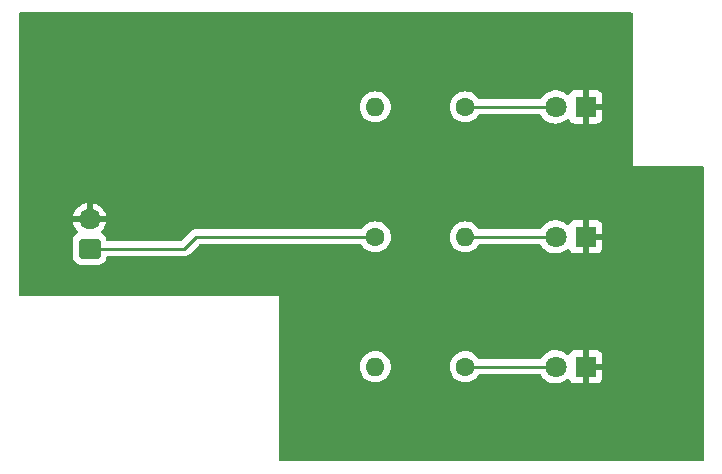
<source format=gbr>
%TF.GenerationSoftware,KiCad,Pcbnew,(6.0.7)*%
%TF.CreationDate,2022-08-16T13:57:52+09:00*%
%TF.ProjectId,kicad_demo,6b696361-645f-4646-956d-6f2e6b696361,rev?*%
%TF.SameCoordinates,Original*%
%TF.FileFunction,Copper,L1,Top*%
%TF.FilePolarity,Positive*%
%FSLAX46Y46*%
G04 Gerber Fmt 4.6, Leading zero omitted, Abs format (unit mm)*
G04 Created by KiCad (PCBNEW (6.0.7)) date 2022-08-16 13:57:52*
%MOMM*%
%LPD*%
G01*
G04 APERTURE LIST*
G04 Aperture macros list*
%AMRoundRect*
0 Rectangle with rounded corners*
0 $1 Rounding radius*
0 $2 $3 $4 $5 $6 $7 $8 $9 X,Y pos of 4 corners*
0 Add a 4 corners polygon primitive as box body*
4,1,4,$2,$3,$4,$5,$6,$7,$8,$9,$2,$3,0*
0 Add four circle primitives for the rounded corners*
1,1,$1+$1,$2,$3*
1,1,$1+$1,$4,$5*
1,1,$1+$1,$6,$7*
1,1,$1+$1,$8,$9*
0 Add four rect primitives between the rounded corners*
20,1,$1+$1,$2,$3,$4,$5,0*
20,1,$1+$1,$4,$5,$6,$7,0*
20,1,$1+$1,$6,$7,$8,$9,0*
20,1,$1+$1,$8,$9,$2,$3,0*%
G04 Aperture macros list end*
%TA.AperFunction,ComponentPad*%
%ADD10C,1.600000*%
%TD*%
%TA.AperFunction,ComponentPad*%
%ADD11O,1.600000X1.600000*%
%TD*%
%TA.AperFunction,ComponentPad*%
%ADD12RoundRect,0.250000X0.675000X-0.600000X0.675000X0.600000X-0.675000X0.600000X-0.675000X-0.600000X0*%
%TD*%
%TA.AperFunction,ComponentPad*%
%ADD13O,1.850000X1.700000*%
%TD*%
%TA.AperFunction,ComponentPad*%
%ADD14R,1.800000X1.800000*%
%TD*%
%TA.AperFunction,ComponentPad*%
%ADD15C,1.800000*%
%TD*%
%TA.AperFunction,Conductor*%
%ADD16C,0.250000*%
%TD*%
G04 APERTURE END LIST*
D10*
%TO.P,R3,1*%
%TO.N,Net-(D3-Pad2)*%
X178810000Y-47000000D03*
D11*
%TO.P,R3,2*%
%TO.N,+5V*%
X171190000Y-47000000D03*
%TD*%
D10*
%TO.P,R2,1*%
%TO.N,Net-(D2-Pad2)*%
X178810000Y-69000000D03*
D11*
%TO.P,R2,2*%
%TO.N,+5V*%
X171190000Y-69000000D03*
%TD*%
D10*
%TO.P,R1,1*%
%TO.N,+5V*%
X171190000Y-58000000D03*
D11*
%TO.P,R1,2*%
%TO.N,Net-(D1-Pad2)*%
X178810000Y-58000000D03*
%TD*%
D12*
%TO.P,J1,1,Pin_1*%
%TO.N,+5V*%
X147000000Y-59000000D03*
D13*
%TO.P,J1,2,Pin_2*%
%TO.N,GND*%
X147000000Y-56500000D03*
%TD*%
D14*
%TO.P,D3,1,K*%
%TO.N,GND*%
X189000000Y-47000000D03*
D15*
%TO.P,D3,2,A*%
%TO.N,Net-(D3-Pad2)*%
X186460000Y-47000000D03*
%TD*%
D14*
%TO.P,D2,1,K*%
%TO.N,GND*%
X189000000Y-69000000D03*
D15*
%TO.P,D2,2,A*%
%TO.N,Net-(D2-Pad2)*%
X186460000Y-69000000D03*
%TD*%
D14*
%TO.P,D1,1,K*%
%TO.N,GND*%
X189000000Y-58000000D03*
D15*
%TO.P,D1,2,A*%
%TO.N,Net-(D1-Pad2)*%
X186460000Y-58000000D03*
%TD*%
D16*
%TO.N,+5V*%
X156000000Y-58000000D02*
X171190000Y-58000000D01*
X155000000Y-59000000D02*
X156000000Y-58000000D01*
X147000000Y-59000000D02*
X155000000Y-59000000D01*
%TO.N,Net-(D2-Pad2)*%
X178810000Y-69000000D02*
X186460000Y-69000000D01*
%TO.N,Net-(D1-Pad2)*%
X178810000Y-58000000D02*
X186460000Y-58000000D01*
%TO.N,Net-(D3-Pad2)*%
X178810000Y-47000000D02*
X186460000Y-47000000D01*
%TD*%
%TA.AperFunction,Conductor*%
%TO.N,GND*%
G36*
X192942121Y-39020002D02*
G01*
X192988614Y-39073658D01*
X193000000Y-39126000D01*
X193000000Y-52000000D01*
X198874000Y-52000000D01*
X198942121Y-52020002D01*
X198988614Y-52073658D01*
X199000000Y-52126000D01*
X199000000Y-76874000D01*
X198979998Y-76942121D01*
X198926342Y-76988614D01*
X198874000Y-77000000D01*
X163126000Y-77000000D01*
X163057879Y-76979998D01*
X163011386Y-76926342D01*
X163000000Y-76874000D01*
X163000000Y-69000000D01*
X169876502Y-69000000D01*
X169896457Y-69228087D01*
X169897881Y-69233400D01*
X169897881Y-69233402D01*
X169907031Y-69267548D01*
X169955716Y-69449243D01*
X169958039Y-69454224D01*
X169958039Y-69454225D01*
X170050151Y-69651762D01*
X170050154Y-69651767D01*
X170052477Y-69656749D01*
X170078326Y-69693665D01*
X170174012Y-69830318D01*
X170183802Y-69844300D01*
X170345700Y-70006198D01*
X170350208Y-70009355D01*
X170350211Y-70009357D01*
X170350821Y-70009784D01*
X170533251Y-70137523D01*
X170538233Y-70139846D01*
X170538238Y-70139849D01*
X170697238Y-70213991D01*
X170740757Y-70234284D01*
X170746065Y-70235706D01*
X170746067Y-70235707D01*
X170956598Y-70292119D01*
X170956600Y-70292119D01*
X170961913Y-70293543D01*
X171190000Y-70313498D01*
X171418087Y-70293543D01*
X171423400Y-70292119D01*
X171423402Y-70292119D01*
X171633933Y-70235707D01*
X171633935Y-70235706D01*
X171639243Y-70234284D01*
X171682762Y-70213991D01*
X171841762Y-70139849D01*
X171841767Y-70139846D01*
X171846749Y-70137523D01*
X172029179Y-70009784D01*
X172029789Y-70009357D01*
X172029792Y-70009355D01*
X172034300Y-70006198D01*
X172196198Y-69844300D01*
X172205989Y-69830318D01*
X172301674Y-69693665D01*
X172327523Y-69656749D01*
X172329846Y-69651767D01*
X172329849Y-69651762D01*
X172421961Y-69454225D01*
X172421961Y-69454224D01*
X172424284Y-69449243D01*
X172472970Y-69267548D01*
X172482119Y-69233402D01*
X172482119Y-69233400D01*
X172483543Y-69228087D01*
X172503498Y-69000000D01*
X177496502Y-69000000D01*
X177516457Y-69228087D01*
X177517881Y-69233400D01*
X177517881Y-69233402D01*
X177527031Y-69267548D01*
X177575716Y-69449243D01*
X177578039Y-69454224D01*
X177578039Y-69454225D01*
X177670151Y-69651762D01*
X177670154Y-69651767D01*
X177672477Y-69656749D01*
X177698326Y-69693665D01*
X177794012Y-69830318D01*
X177803802Y-69844300D01*
X177965700Y-70006198D01*
X177970208Y-70009355D01*
X177970211Y-70009357D01*
X177970821Y-70009784D01*
X178153251Y-70137523D01*
X178158233Y-70139846D01*
X178158238Y-70139849D01*
X178317238Y-70213991D01*
X178360757Y-70234284D01*
X178366065Y-70235706D01*
X178366067Y-70235707D01*
X178576598Y-70292119D01*
X178576600Y-70292119D01*
X178581913Y-70293543D01*
X178810000Y-70313498D01*
X179038087Y-70293543D01*
X179043400Y-70292119D01*
X179043402Y-70292119D01*
X179253933Y-70235707D01*
X179253935Y-70235706D01*
X179259243Y-70234284D01*
X179302762Y-70213991D01*
X179461762Y-70139849D01*
X179461767Y-70139846D01*
X179466749Y-70137523D01*
X179649179Y-70009784D01*
X179649789Y-70009357D01*
X179649792Y-70009355D01*
X179654300Y-70006198D01*
X179816198Y-69844300D01*
X179822907Y-69834719D01*
X179926181Y-69687229D01*
X179981638Y-69642901D01*
X180029394Y-69633500D01*
X185125630Y-69633500D01*
X185193751Y-69653502D01*
X185233063Y-69693665D01*
X185319501Y-69834719D01*
X185471147Y-70009784D01*
X185649349Y-70157730D01*
X185849322Y-70274584D01*
X186065694Y-70357209D01*
X186070760Y-70358240D01*
X186070761Y-70358240D01*
X186123846Y-70369040D01*
X186292656Y-70403385D01*
X186423324Y-70408176D01*
X186518949Y-70411683D01*
X186518953Y-70411683D01*
X186524113Y-70411872D01*
X186529233Y-70411216D01*
X186529235Y-70411216D01*
X186628668Y-70398478D01*
X186753847Y-70382442D01*
X186758795Y-70380957D01*
X186758802Y-70380956D01*
X186970747Y-70317369D01*
X186975690Y-70315886D01*
X186980565Y-70313498D01*
X187179049Y-70216262D01*
X187179052Y-70216260D01*
X187183684Y-70213991D01*
X187372243Y-70079494D01*
X187375898Y-70075852D01*
X187375906Y-70075845D01*
X187417697Y-70034199D01*
X187480068Y-70000282D01*
X187550875Y-70005470D01*
X187607637Y-70048116D01*
X187624619Y-70079218D01*
X187646677Y-70138056D01*
X187655214Y-70153649D01*
X187731715Y-70255724D01*
X187744276Y-70268285D01*
X187846351Y-70344786D01*
X187861946Y-70353324D01*
X187982394Y-70398478D01*
X187997649Y-70402105D01*
X188048514Y-70407631D01*
X188055328Y-70408000D01*
X188727885Y-70408000D01*
X188743124Y-70403525D01*
X188744329Y-70402135D01*
X188746000Y-70394452D01*
X188746000Y-70389884D01*
X189254000Y-70389884D01*
X189258475Y-70405123D01*
X189259865Y-70406328D01*
X189267548Y-70407999D01*
X189944669Y-70407999D01*
X189951490Y-70407629D01*
X190002352Y-70402105D01*
X190017604Y-70398479D01*
X190138054Y-70353324D01*
X190153649Y-70344786D01*
X190255724Y-70268285D01*
X190268285Y-70255724D01*
X190344786Y-70153649D01*
X190353324Y-70138054D01*
X190398478Y-70017606D01*
X190402105Y-70002351D01*
X190407631Y-69951486D01*
X190408000Y-69944672D01*
X190408000Y-69272115D01*
X190403525Y-69256876D01*
X190402135Y-69255671D01*
X190394452Y-69254000D01*
X189272115Y-69254000D01*
X189256876Y-69258475D01*
X189255671Y-69259865D01*
X189254000Y-69267548D01*
X189254000Y-70389884D01*
X188746000Y-70389884D01*
X188746000Y-68727885D01*
X189254000Y-68727885D01*
X189258475Y-68743124D01*
X189259865Y-68744329D01*
X189267548Y-68746000D01*
X190389884Y-68746000D01*
X190405123Y-68741525D01*
X190406328Y-68740135D01*
X190407999Y-68732452D01*
X190407999Y-68055331D01*
X190407629Y-68048510D01*
X190402105Y-67997648D01*
X190398479Y-67982396D01*
X190353324Y-67861946D01*
X190344786Y-67846351D01*
X190268285Y-67744276D01*
X190255724Y-67731715D01*
X190153649Y-67655214D01*
X190138054Y-67646676D01*
X190017606Y-67601522D01*
X190002351Y-67597895D01*
X189951486Y-67592369D01*
X189944672Y-67592000D01*
X189272115Y-67592000D01*
X189256876Y-67596475D01*
X189255671Y-67597865D01*
X189254000Y-67605548D01*
X189254000Y-68727885D01*
X188746000Y-68727885D01*
X188746000Y-67610116D01*
X188741525Y-67594877D01*
X188740135Y-67593672D01*
X188732452Y-67592001D01*
X188055331Y-67592001D01*
X188048510Y-67592371D01*
X187997648Y-67597895D01*
X187982396Y-67601521D01*
X187861946Y-67646676D01*
X187846351Y-67655214D01*
X187744276Y-67731715D01*
X187731715Y-67744276D01*
X187655214Y-67846351D01*
X187646675Y-67861948D01*
X187625934Y-67917275D01*
X187583293Y-67974040D01*
X187516731Y-67998740D01*
X187447383Y-67983533D01*
X187424388Y-67966909D01*
X187423887Y-67966358D01*
X187296348Y-67865634D01*
X187246177Y-67826011D01*
X187246172Y-67826008D01*
X187242123Y-67822810D01*
X187237607Y-67820317D01*
X187237604Y-67820315D01*
X187043879Y-67713373D01*
X187043875Y-67713371D01*
X187039355Y-67710876D01*
X187034486Y-67709152D01*
X187034482Y-67709150D01*
X186825903Y-67635288D01*
X186825899Y-67635287D01*
X186821028Y-67633562D01*
X186815935Y-67632655D01*
X186815932Y-67632654D01*
X186598095Y-67593851D01*
X186598089Y-67593850D01*
X186593006Y-67592945D01*
X186515644Y-67592000D01*
X186366581Y-67590179D01*
X186366579Y-67590179D01*
X186361411Y-67590116D01*
X186132464Y-67625150D01*
X185912314Y-67697106D01*
X185907726Y-67699494D01*
X185907722Y-67699496D01*
X185711461Y-67801663D01*
X185706872Y-67804052D01*
X185702739Y-67807155D01*
X185702736Y-67807157D01*
X185556073Y-67917275D01*
X185521655Y-67943117D01*
X185361639Y-68110564D01*
X185358725Y-68114836D01*
X185358724Y-68114837D01*
X185333508Y-68151803D01*
X185231119Y-68301899D01*
X185230403Y-68303442D01*
X185180086Y-68352090D01*
X185121574Y-68366500D01*
X180029394Y-68366500D01*
X179961273Y-68346498D01*
X179926181Y-68312771D01*
X179819357Y-68160211D01*
X179819355Y-68160208D01*
X179816198Y-68155700D01*
X179654300Y-67993802D01*
X179649792Y-67990645D01*
X179649789Y-67990643D01*
X179545008Y-67917275D01*
X179466749Y-67862477D01*
X179461767Y-67860154D01*
X179461762Y-67860151D01*
X179264225Y-67768039D01*
X179264224Y-67768039D01*
X179259243Y-67765716D01*
X179253935Y-67764294D01*
X179253933Y-67764293D01*
X179043402Y-67707881D01*
X179043400Y-67707881D01*
X179038087Y-67706457D01*
X178810000Y-67686502D01*
X178581913Y-67706457D01*
X178576600Y-67707881D01*
X178576598Y-67707881D01*
X178366067Y-67764293D01*
X178366065Y-67764294D01*
X178360757Y-67765716D01*
X178355776Y-67768039D01*
X178355775Y-67768039D01*
X178158238Y-67860151D01*
X178158233Y-67860154D01*
X178153251Y-67862477D01*
X178074992Y-67917275D01*
X177970211Y-67990643D01*
X177970208Y-67990645D01*
X177965700Y-67993802D01*
X177803802Y-68155700D01*
X177672477Y-68343251D01*
X177670154Y-68348233D01*
X177670151Y-68348238D01*
X177578618Y-68544533D01*
X177575716Y-68550757D01*
X177574294Y-68556065D01*
X177574293Y-68556067D01*
X177524972Y-68740135D01*
X177516457Y-68771913D01*
X177496502Y-69000000D01*
X172503498Y-69000000D01*
X172483543Y-68771913D01*
X172475028Y-68740135D01*
X172425707Y-68556067D01*
X172425706Y-68556065D01*
X172424284Y-68550757D01*
X172421382Y-68544533D01*
X172329849Y-68348238D01*
X172329846Y-68348233D01*
X172327523Y-68343251D01*
X172196198Y-68155700D01*
X172034300Y-67993802D01*
X172029792Y-67990645D01*
X172029789Y-67990643D01*
X171925008Y-67917275D01*
X171846749Y-67862477D01*
X171841767Y-67860154D01*
X171841762Y-67860151D01*
X171644225Y-67768039D01*
X171644224Y-67768039D01*
X171639243Y-67765716D01*
X171633935Y-67764294D01*
X171633933Y-67764293D01*
X171423402Y-67707881D01*
X171423400Y-67707881D01*
X171418087Y-67706457D01*
X171190000Y-67686502D01*
X170961913Y-67706457D01*
X170956600Y-67707881D01*
X170956598Y-67707881D01*
X170746067Y-67764293D01*
X170746065Y-67764294D01*
X170740757Y-67765716D01*
X170735776Y-67768039D01*
X170735775Y-67768039D01*
X170538238Y-67860151D01*
X170538233Y-67860154D01*
X170533251Y-67862477D01*
X170454992Y-67917275D01*
X170350211Y-67990643D01*
X170350208Y-67990645D01*
X170345700Y-67993802D01*
X170183802Y-68155700D01*
X170052477Y-68343251D01*
X170050154Y-68348233D01*
X170050151Y-68348238D01*
X169958618Y-68544533D01*
X169955716Y-68550757D01*
X169954294Y-68556065D01*
X169954293Y-68556067D01*
X169904972Y-68740135D01*
X169896457Y-68771913D01*
X169876502Y-69000000D01*
X163000000Y-69000000D01*
X163000000Y-63000000D01*
X141126000Y-63000000D01*
X141057879Y-62979998D01*
X141011386Y-62926342D01*
X141000000Y-62874000D01*
X141000000Y-59650400D01*
X145566500Y-59650400D01*
X145566837Y-59653646D01*
X145566837Y-59653650D01*
X145576487Y-59746651D01*
X145577474Y-59756166D01*
X145633450Y-59923946D01*
X145726522Y-60074348D01*
X145851697Y-60199305D01*
X145857927Y-60203145D01*
X145857928Y-60203146D01*
X145995090Y-60287694D01*
X146002262Y-60292115D01*
X146082005Y-60318564D01*
X146163611Y-60345632D01*
X146163613Y-60345632D01*
X146170139Y-60347797D01*
X146176975Y-60348497D01*
X146176978Y-60348498D01*
X146220031Y-60352909D01*
X146274600Y-60358500D01*
X147725400Y-60358500D01*
X147728646Y-60358163D01*
X147728650Y-60358163D01*
X147824308Y-60348238D01*
X147824312Y-60348237D01*
X147831166Y-60347526D01*
X147837702Y-60345345D01*
X147837704Y-60345345D01*
X147969806Y-60301272D01*
X147998946Y-60291550D01*
X148149348Y-60198478D01*
X148274305Y-60073303D01*
X148367115Y-59922738D01*
X148422797Y-59754861D01*
X148423498Y-59748020D01*
X148423499Y-59748015D01*
X148423639Y-59746651D01*
X148423960Y-59745864D01*
X148424941Y-59741290D01*
X148425757Y-59741465D01*
X148450483Y-59680925D01*
X148508600Y-59640146D01*
X148548982Y-59633500D01*
X154921233Y-59633500D01*
X154932416Y-59634027D01*
X154939909Y-59635702D01*
X154947835Y-59635453D01*
X154947836Y-59635453D01*
X155007986Y-59633562D01*
X155011945Y-59633500D01*
X155039856Y-59633500D01*
X155043791Y-59633003D01*
X155043856Y-59632995D01*
X155055693Y-59632062D01*
X155087951Y-59631048D01*
X155091970Y-59630922D01*
X155099889Y-59630673D01*
X155119343Y-59625021D01*
X155138700Y-59621013D01*
X155150930Y-59619468D01*
X155150931Y-59619468D01*
X155158797Y-59618474D01*
X155166168Y-59615555D01*
X155166170Y-59615555D01*
X155199912Y-59602196D01*
X155211142Y-59598351D01*
X155245983Y-59588229D01*
X155245984Y-59588229D01*
X155253593Y-59586018D01*
X155260412Y-59581985D01*
X155260417Y-59581983D01*
X155271028Y-59575707D01*
X155288776Y-59567012D01*
X155307617Y-59559552D01*
X155343387Y-59533564D01*
X155353307Y-59527048D01*
X155384535Y-59508580D01*
X155384538Y-59508578D01*
X155391362Y-59504542D01*
X155405683Y-59490221D01*
X155420717Y-59477380D01*
X155430694Y-59470131D01*
X155437107Y-59465472D01*
X155465298Y-59431395D01*
X155473288Y-59422616D01*
X156225499Y-58670405D01*
X156287811Y-58636379D01*
X156314594Y-58633500D01*
X169970606Y-58633500D01*
X170038727Y-58653502D01*
X170073819Y-58687229D01*
X170177093Y-58834719D01*
X170183802Y-58844300D01*
X170345700Y-59006198D01*
X170350208Y-59009355D01*
X170350211Y-59009357D01*
X170350821Y-59009784D01*
X170533251Y-59137523D01*
X170538233Y-59139846D01*
X170538238Y-59139849D01*
X170697238Y-59213991D01*
X170740757Y-59234284D01*
X170746065Y-59235706D01*
X170746067Y-59235707D01*
X170956598Y-59292119D01*
X170956600Y-59292119D01*
X170961913Y-59293543D01*
X171190000Y-59313498D01*
X171418087Y-59293543D01*
X171423400Y-59292119D01*
X171423402Y-59292119D01*
X171633933Y-59235707D01*
X171633935Y-59235706D01*
X171639243Y-59234284D01*
X171682762Y-59213991D01*
X171841762Y-59139849D01*
X171841767Y-59139846D01*
X171846749Y-59137523D01*
X172029179Y-59009784D01*
X172029789Y-59009357D01*
X172029792Y-59009355D01*
X172034300Y-59006198D01*
X172196198Y-58844300D01*
X172205989Y-58830318D01*
X172301674Y-58693665D01*
X172327523Y-58656749D01*
X172329846Y-58651767D01*
X172329849Y-58651762D01*
X172421961Y-58454225D01*
X172421961Y-58454224D01*
X172424284Y-58449243D01*
X172450122Y-58352817D01*
X172482119Y-58233402D01*
X172482119Y-58233400D01*
X172483543Y-58228087D01*
X172503498Y-58000000D01*
X177496502Y-58000000D01*
X177516457Y-58228087D01*
X177517881Y-58233400D01*
X177517881Y-58233402D01*
X177549879Y-58352817D01*
X177575716Y-58449243D01*
X177578039Y-58454224D01*
X177578039Y-58454225D01*
X177670151Y-58651762D01*
X177670154Y-58651767D01*
X177672477Y-58656749D01*
X177698326Y-58693665D01*
X177794012Y-58830318D01*
X177803802Y-58844300D01*
X177965700Y-59006198D01*
X177970208Y-59009355D01*
X177970211Y-59009357D01*
X177970821Y-59009784D01*
X178153251Y-59137523D01*
X178158233Y-59139846D01*
X178158238Y-59139849D01*
X178317238Y-59213991D01*
X178360757Y-59234284D01*
X178366065Y-59235706D01*
X178366067Y-59235707D01*
X178576598Y-59292119D01*
X178576600Y-59292119D01*
X178581913Y-59293543D01*
X178810000Y-59313498D01*
X179038087Y-59293543D01*
X179043400Y-59292119D01*
X179043402Y-59292119D01*
X179253933Y-59235707D01*
X179253935Y-59235706D01*
X179259243Y-59234284D01*
X179302762Y-59213991D01*
X179461762Y-59139849D01*
X179461767Y-59139846D01*
X179466749Y-59137523D01*
X179649179Y-59009784D01*
X179649789Y-59009357D01*
X179649792Y-59009355D01*
X179654300Y-59006198D01*
X179816198Y-58844300D01*
X179822907Y-58834719D01*
X179926181Y-58687229D01*
X179981638Y-58642901D01*
X180029394Y-58633500D01*
X185125630Y-58633500D01*
X185193751Y-58653502D01*
X185233063Y-58693665D01*
X185319501Y-58834719D01*
X185471147Y-59009784D01*
X185649349Y-59157730D01*
X185849322Y-59274584D01*
X186065694Y-59357209D01*
X186070760Y-59358240D01*
X186070761Y-59358240D01*
X186123846Y-59369040D01*
X186292656Y-59403385D01*
X186423324Y-59408176D01*
X186518949Y-59411683D01*
X186518953Y-59411683D01*
X186524113Y-59411872D01*
X186529233Y-59411216D01*
X186529235Y-59411216D01*
X186628668Y-59398478D01*
X186753847Y-59382442D01*
X186758795Y-59380957D01*
X186758802Y-59380956D01*
X186970747Y-59317369D01*
X186975690Y-59315886D01*
X186980565Y-59313498D01*
X187179049Y-59216262D01*
X187179052Y-59216260D01*
X187183684Y-59213991D01*
X187372243Y-59079494D01*
X187375898Y-59075852D01*
X187375906Y-59075845D01*
X187417697Y-59034199D01*
X187480068Y-59000282D01*
X187550875Y-59005470D01*
X187607637Y-59048116D01*
X187624619Y-59079218D01*
X187646677Y-59138056D01*
X187655214Y-59153649D01*
X187731715Y-59255724D01*
X187744276Y-59268285D01*
X187846351Y-59344786D01*
X187861946Y-59353324D01*
X187982394Y-59398478D01*
X187997649Y-59402105D01*
X188048514Y-59407631D01*
X188055328Y-59408000D01*
X188727885Y-59408000D01*
X188743124Y-59403525D01*
X188744329Y-59402135D01*
X188746000Y-59394452D01*
X188746000Y-59389884D01*
X189254000Y-59389884D01*
X189258475Y-59405123D01*
X189259865Y-59406328D01*
X189267548Y-59407999D01*
X189944669Y-59407999D01*
X189951490Y-59407629D01*
X190002352Y-59402105D01*
X190017604Y-59398479D01*
X190138054Y-59353324D01*
X190153649Y-59344786D01*
X190255724Y-59268285D01*
X190268285Y-59255724D01*
X190344786Y-59153649D01*
X190353324Y-59138054D01*
X190398478Y-59017606D01*
X190402105Y-59002351D01*
X190407631Y-58951486D01*
X190408000Y-58944672D01*
X190408000Y-58272115D01*
X190403525Y-58256876D01*
X190402135Y-58255671D01*
X190394452Y-58254000D01*
X189272115Y-58254000D01*
X189256876Y-58258475D01*
X189255671Y-58259865D01*
X189254000Y-58267548D01*
X189254000Y-59389884D01*
X188746000Y-59389884D01*
X188746000Y-57727885D01*
X189254000Y-57727885D01*
X189258475Y-57743124D01*
X189259865Y-57744329D01*
X189267548Y-57746000D01*
X190389884Y-57746000D01*
X190405123Y-57741525D01*
X190406328Y-57740135D01*
X190407999Y-57732452D01*
X190407999Y-57055331D01*
X190407629Y-57048510D01*
X190402105Y-56997648D01*
X190398479Y-56982396D01*
X190353324Y-56861946D01*
X190344786Y-56846351D01*
X190268285Y-56744276D01*
X190255724Y-56731715D01*
X190153649Y-56655214D01*
X190138054Y-56646676D01*
X190017606Y-56601522D01*
X190002351Y-56597895D01*
X189951486Y-56592369D01*
X189944672Y-56592000D01*
X189272115Y-56592000D01*
X189256876Y-56596475D01*
X189255671Y-56597865D01*
X189254000Y-56605548D01*
X189254000Y-57727885D01*
X188746000Y-57727885D01*
X188746000Y-56610116D01*
X188741525Y-56594877D01*
X188740135Y-56593672D01*
X188732452Y-56592001D01*
X188055331Y-56592001D01*
X188048510Y-56592371D01*
X187997648Y-56597895D01*
X187982396Y-56601521D01*
X187861946Y-56646676D01*
X187846351Y-56655214D01*
X187744276Y-56731715D01*
X187731715Y-56744276D01*
X187655214Y-56846351D01*
X187646675Y-56861948D01*
X187625934Y-56917275D01*
X187583293Y-56974040D01*
X187516731Y-56998740D01*
X187447383Y-56983533D01*
X187424388Y-56966909D01*
X187423887Y-56966358D01*
X187361737Y-56917275D01*
X187246177Y-56826011D01*
X187246172Y-56826008D01*
X187242123Y-56822810D01*
X187237607Y-56820317D01*
X187237604Y-56820315D01*
X187043879Y-56713373D01*
X187043875Y-56713371D01*
X187039355Y-56710876D01*
X187034486Y-56709152D01*
X187034482Y-56709150D01*
X186825903Y-56635288D01*
X186825899Y-56635287D01*
X186821028Y-56633562D01*
X186815935Y-56632655D01*
X186815932Y-56632654D01*
X186598095Y-56593851D01*
X186598089Y-56593850D01*
X186593006Y-56592945D01*
X186515644Y-56592000D01*
X186366581Y-56590179D01*
X186366579Y-56590179D01*
X186361411Y-56590116D01*
X186132464Y-56625150D01*
X185912314Y-56697106D01*
X185907726Y-56699494D01*
X185907722Y-56699496D01*
X185775013Y-56768580D01*
X185706872Y-56804052D01*
X185702739Y-56807155D01*
X185702736Y-56807157D01*
X185583587Y-56896617D01*
X185521655Y-56943117D01*
X185361639Y-57110564D01*
X185358725Y-57114836D01*
X185358724Y-57114837D01*
X185333508Y-57151803D01*
X185231119Y-57301899D01*
X185230403Y-57303442D01*
X185180086Y-57352090D01*
X185121574Y-57366500D01*
X180029394Y-57366500D01*
X179961273Y-57346498D01*
X179926181Y-57312771D01*
X179819357Y-57160211D01*
X179819355Y-57160208D01*
X179816198Y-57155700D01*
X179654300Y-56993802D01*
X179649792Y-56990645D01*
X179649789Y-56990643D01*
X179545008Y-56917275D01*
X179466749Y-56862477D01*
X179461767Y-56860154D01*
X179461762Y-56860151D01*
X179264225Y-56768039D01*
X179264224Y-56768039D01*
X179259243Y-56765716D01*
X179253935Y-56764294D01*
X179253933Y-56764293D01*
X179043402Y-56707881D01*
X179043400Y-56707881D01*
X179038087Y-56706457D01*
X178810000Y-56686502D01*
X178581913Y-56706457D01*
X178576600Y-56707881D01*
X178576598Y-56707881D01*
X178366067Y-56764293D01*
X178366065Y-56764294D01*
X178360757Y-56765716D01*
X178355776Y-56768039D01*
X178355775Y-56768039D01*
X178158238Y-56860151D01*
X178158233Y-56860154D01*
X178153251Y-56862477D01*
X178074992Y-56917275D01*
X177970211Y-56990643D01*
X177970208Y-56990645D01*
X177965700Y-56993802D01*
X177803802Y-57155700D01*
X177800645Y-57160208D01*
X177800643Y-57160211D01*
X177745902Y-57238389D01*
X177672477Y-57343251D01*
X177670154Y-57348233D01*
X177670151Y-57348238D01*
X177588836Y-57522620D01*
X177575716Y-57550757D01*
X177574294Y-57556065D01*
X177574293Y-57556067D01*
X177524972Y-57740135D01*
X177516457Y-57771913D01*
X177496502Y-58000000D01*
X172503498Y-58000000D01*
X172483543Y-57771913D01*
X172475028Y-57740135D01*
X172425707Y-57556067D01*
X172425706Y-57556065D01*
X172424284Y-57550757D01*
X172411164Y-57522620D01*
X172329849Y-57348238D01*
X172329846Y-57348233D01*
X172327523Y-57343251D01*
X172254098Y-57238389D01*
X172199357Y-57160211D01*
X172199355Y-57160208D01*
X172196198Y-57155700D01*
X172034300Y-56993802D01*
X172029792Y-56990645D01*
X172029789Y-56990643D01*
X171925008Y-56917275D01*
X171846749Y-56862477D01*
X171841767Y-56860154D01*
X171841762Y-56860151D01*
X171644225Y-56768039D01*
X171644224Y-56768039D01*
X171639243Y-56765716D01*
X171633935Y-56764294D01*
X171633933Y-56764293D01*
X171423402Y-56707881D01*
X171423400Y-56707881D01*
X171418087Y-56706457D01*
X171190000Y-56686502D01*
X170961913Y-56706457D01*
X170956600Y-56707881D01*
X170956598Y-56707881D01*
X170746067Y-56764293D01*
X170746065Y-56764294D01*
X170740757Y-56765716D01*
X170735776Y-56768039D01*
X170735775Y-56768039D01*
X170538238Y-56860151D01*
X170538233Y-56860154D01*
X170533251Y-56862477D01*
X170454992Y-56917275D01*
X170350211Y-56990643D01*
X170350208Y-56990645D01*
X170345700Y-56993802D01*
X170183802Y-57155700D01*
X170180645Y-57160208D01*
X170180643Y-57160211D01*
X170073819Y-57312771D01*
X170018362Y-57357099D01*
X169970606Y-57366500D01*
X156078768Y-57366500D01*
X156067585Y-57365973D01*
X156060092Y-57364298D01*
X156052166Y-57364547D01*
X156052165Y-57364547D01*
X155992002Y-57366438D01*
X155988044Y-57366500D01*
X155960144Y-57366500D01*
X155956154Y-57367004D01*
X155944320Y-57367936D01*
X155900111Y-57369326D01*
X155892495Y-57371539D01*
X155892493Y-57371539D01*
X155880652Y-57374979D01*
X155861293Y-57378988D01*
X155859983Y-57379154D01*
X155841203Y-57381526D01*
X155833837Y-57384442D01*
X155833831Y-57384444D01*
X155800098Y-57397800D01*
X155788868Y-57401645D01*
X155754017Y-57411770D01*
X155746407Y-57413981D01*
X155739584Y-57418016D01*
X155728966Y-57424295D01*
X155711213Y-57432992D01*
X155703568Y-57436019D01*
X155692383Y-57440448D01*
X155685968Y-57445109D01*
X155656612Y-57466437D01*
X155646695Y-57472951D01*
X155608638Y-57495458D01*
X155594317Y-57509779D01*
X155579284Y-57522619D01*
X155562893Y-57534528D01*
X155557843Y-57540632D01*
X155557838Y-57540637D01*
X155534707Y-57568598D01*
X155526717Y-57577379D01*
X154774499Y-58329596D01*
X154712187Y-58363621D01*
X154685404Y-58366500D01*
X148548856Y-58366500D01*
X148480735Y-58346498D01*
X148434242Y-58292842D01*
X148423529Y-58253504D01*
X148422526Y-58243834D01*
X148417273Y-58228087D01*
X148368868Y-58083002D01*
X148366550Y-58076054D01*
X148273478Y-57925652D01*
X148148303Y-57800695D01*
X148002220Y-57710647D01*
X147954727Y-57657876D01*
X147943303Y-57587804D01*
X147971577Y-57522680D01*
X147981364Y-57512218D01*
X148091906Y-57406766D01*
X148098941Y-57398814D01*
X148230141Y-57222475D01*
X148235745Y-57213438D01*
X148335357Y-57017516D01*
X148339357Y-57007665D01*
X148404534Y-56797760D01*
X148406817Y-56787376D01*
X148408861Y-56771957D01*
X148406665Y-56757793D01*
X148393478Y-56754000D01*
X145608808Y-56754000D01*
X145595277Y-56757973D01*
X145593752Y-56768580D01*
X145618477Y-56886421D01*
X145621537Y-56896617D01*
X145702263Y-57101029D01*
X145706994Y-57110561D01*
X145821016Y-57298462D01*
X145827280Y-57307052D01*
X145971327Y-57473052D01*
X145978956Y-57480470D01*
X146010569Y-57506391D01*
X146050564Y-57565051D01*
X146052496Y-57636021D01*
X146015752Y-57696770D01*
X145996983Y-57710969D01*
X145850652Y-57801522D01*
X145725695Y-57926697D01*
X145721855Y-57932927D01*
X145721854Y-57932928D01*
X145637953Y-58069041D01*
X145632885Y-58077262D01*
X145577203Y-58245139D01*
X145576503Y-58251975D01*
X145576502Y-58251978D01*
X145575694Y-58259865D01*
X145566500Y-58349600D01*
X145566500Y-59650400D01*
X141000000Y-59650400D01*
X141000000Y-56228043D01*
X145591139Y-56228043D01*
X145593335Y-56242207D01*
X145606522Y-56246000D01*
X146727885Y-56246000D01*
X146743124Y-56241525D01*
X146744329Y-56240135D01*
X146746000Y-56232452D01*
X146746000Y-56227885D01*
X147254000Y-56227885D01*
X147258475Y-56243124D01*
X147259865Y-56244329D01*
X147267548Y-56246000D01*
X148391192Y-56246000D01*
X148404723Y-56242027D01*
X148406248Y-56231420D01*
X148381523Y-56113579D01*
X148378463Y-56103383D01*
X148297737Y-55898971D01*
X148293006Y-55889439D01*
X148178984Y-55701538D01*
X148172720Y-55692948D01*
X148028673Y-55526948D01*
X148021042Y-55519528D01*
X147851089Y-55380174D01*
X147842322Y-55374150D01*
X147651318Y-55265424D01*
X147641654Y-55260959D01*
X147435059Y-55185969D01*
X147424792Y-55183198D01*
X147271826Y-55155537D01*
X147258587Y-55156955D01*
X147254000Y-55171594D01*
X147254000Y-56227885D01*
X146746000Y-56227885D01*
X146746000Y-55170393D01*
X146741690Y-55155715D01*
X146729807Y-55153652D01*
X146700676Y-55156124D01*
X146690202Y-55157915D01*
X146477465Y-55213130D01*
X146467425Y-55216665D01*
X146267030Y-55306937D01*
X146257744Y-55312106D01*
X146075425Y-55434850D01*
X146067130Y-55441519D01*
X145908100Y-55593228D01*
X145901059Y-55601186D01*
X145769859Y-55777525D01*
X145764255Y-55786562D01*
X145664643Y-55982484D01*
X145660643Y-55992335D01*
X145595466Y-56202240D01*
X145593183Y-56212624D01*
X145591139Y-56228043D01*
X141000000Y-56228043D01*
X141000000Y-47000000D01*
X169876502Y-47000000D01*
X169896457Y-47228087D01*
X169897881Y-47233400D01*
X169897881Y-47233402D01*
X169907031Y-47267548D01*
X169955716Y-47449243D01*
X169958039Y-47454224D01*
X169958039Y-47454225D01*
X170050151Y-47651762D01*
X170050154Y-47651767D01*
X170052477Y-47656749D01*
X170078326Y-47693665D01*
X170174012Y-47830318D01*
X170183802Y-47844300D01*
X170345700Y-48006198D01*
X170350208Y-48009355D01*
X170350211Y-48009357D01*
X170350821Y-48009784D01*
X170533251Y-48137523D01*
X170538233Y-48139846D01*
X170538238Y-48139849D01*
X170697238Y-48213991D01*
X170740757Y-48234284D01*
X170746065Y-48235706D01*
X170746067Y-48235707D01*
X170956598Y-48292119D01*
X170956600Y-48292119D01*
X170961913Y-48293543D01*
X171190000Y-48313498D01*
X171418087Y-48293543D01*
X171423400Y-48292119D01*
X171423402Y-48292119D01*
X171633933Y-48235707D01*
X171633935Y-48235706D01*
X171639243Y-48234284D01*
X171682762Y-48213991D01*
X171841762Y-48139849D01*
X171841767Y-48139846D01*
X171846749Y-48137523D01*
X172029179Y-48009784D01*
X172029789Y-48009357D01*
X172029792Y-48009355D01*
X172034300Y-48006198D01*
X172196198Y-47844300D01*
X172205989Y-47830318D01*
X172301674Y-47693665D01*
X172327523Y-47656749D01*
X172329846Y-47651767D01*
X172329849Y-47651762D01*
X172421961Y-47454225D01*
X172421961Y-47454224D01*
X172424284Y-47449243D01*
X172472970Y-47267548D01*
X172482119Y-47233402D01*
X172482119Y-47233400D01*
X172483543Y-47228087D01*
X172503498Y-47000000D01*
X177496502Y-47000000D01*
X177516457Y-47228087D01*
X177517881Y-47233400D01*
X177517881Y-47233402D01*
X177527031Y-47267548D01*
X177575716Y-47449243D01*
X177578039Y-47454224D01*
X177578039Y-47454225D01*
X177670151Y-47651762D01*
X177670154Y-47651767D01*
X177672477Y-47656749D01*
X177698326Y-47693665D01*
X177794012Y-47830318D01*
X177803802Y-47844300D01*
X177965700Y-48006198D01*
X177970208Y-48009355D01*
X177970211Y-48009357D01*
X177970821Y-48009784D01*
X178153251Y-48137523D01*
X178158233Y-48139846D01*
X178158238Y-48139849D01*
X178317238Y-48213991D01*
X178360757Y-48234284D01*
X178366065Y-48235706D01*
X178366067Y-48235707D01*
X178576598Y-48292119D01*
X178576600Y-48292119D01*
X178581913Y-48293543D01*
X178810000Y-48313498D01*
X179038087Y-48293543D01*
X179043400Y-48292119D01*
X179043402Y-48292119D01*
X179253933Y-48235707D01*
X179253935Y-48235706D01*
X179259243Y-48234284D01*
X179302762Y-48213991D01*
X179461762Y-48139849D01*
X179461767Y-48139846D01*
X179466749Y-48137523D01*
X179649179Y-48009784D01*
X179649789Y-48009357D01*
X179649792Y-48009355D01*
X179654300Y-48006198D01*
X179816198Y-47844300D01*
X179822907Y-47834719D01*
X179926181Y-47687229D01*
X179981638Y-47642901D01*
X180029394Y-47633500D01*
X185125630Y-47633500D01*
X185193751Y-47653502D01*
X185233063Y-47693665D01*
X185319501Y-47834719D01*
X185471147Y-48009784D01*
X185649349Y-48157730D01*
X185849322Y-48274584D01*
X186065694Y-48357209D01*
X186070760Y-48358240D01*
X186070761Y-48358240D01*
X186123846Y-48369040D01*
X186292656Y-48403385D01*
X186423324Y-48408176D01*
X186518949Y-48411683D01*
X186518953Y-48411683D01*
X186524113Y-48411872D01*
X186529233Y-48411216D01*
X186529235Y-48411216D01*
X186628668Y-48398478D01*
X186753847Y-48382442D01*
X186758795Y-48380957D01*
X186758802Y-48380956D01*
X186970747Y-48317369D01*
X186975690Y-48315886D01*
X186980565Y-48313498D01*
X187179049Y-48216262D01*
X187179052Y-48216260D01*
X187183684Y-48213991D01*
X187372243Y-48079494D01*
X187375898Y-48075852D01*
X187375906Y-48075845D01*
X187417697Y-48034199D01*
X187480068Y-48000282D01*
X187550875Y-48005470D01*
X187607637Y-48048116D01*
X187624619Y-48079218D01*
X187646677Y-48138056D01*
X187655214Y-48153649D01*
X187731715Y-48255724D01*
X187744276Y-48268285D01*
X187846351Y-48344786D01*
X187861946Y-48353324D01*
X187982394Y-48398478D01*
X187997649Y-48402105D01*
X188048514Y-48407631D01*
X188055328Y-48408000D01*
X188727885Y-48408000D01*
X188743124Y-48403525D01*
X188744329Y-48402135D01*
X188746000Y-48394452D01*
X188746000Y-48389884D01*
X189254000Y-48389884D01*
X189258475Y-48405123D01*
X189259865Y-48406328D01*
X189267548Y-48407999D01*
X189944669Y-48407999D01*
X189951490Y-48407629D01*
X190002352Y-48402105D01*
X190017604Y-48398479D01*
X190138054Y-48353324D01*
X190153649Y-48344786D01*
X190255724Y-48268285D01*
X190268285Y-48255724D01*
X190344786Y-48153649D01*
X190353324Y-48138054D01*
X190398478Y-48017606D01*
X190402105Y-48002351D01*
X190407631Y-47951486D01*
X190408000Y-47944672D01*
X190408000Y-47272115D01*
X190403525Y-47256876D01*
X190402135Y-47255671D01*
X190394452Y-47254000D01*
X189272115Y-47254000D01*
X189256876Y-47258475D01*
X189255671Y-47259865D01*
X189254000Y-47267548D01*
X189254000Y-48389884D01*
X188746000Y-48389884D01*
X188746000Y-46727885D01*
X189254000Y-46727885D01*
X189258475Y-46743124D01*
X189259865Y-46744329D01*
X189267548Y-46746000D01*
X190389884Y-46746000D01*
X190405123Y-46741525D01*
X190406328Y-46740135D01*
X190407999Y-46732452D01*
X190407999Y-46055331D01*
X190407629Y-46048510D01*
X190402105Y-45997648D01*
X190398479Y-45982396D01*
X190353324Y-45861946D01*
X190344786Y-45846351D01*
X190268285Y-45744276D01*
X190255724Y-45731715D01*
X190153649Y-45655214D01*
X190138054Y-45646676D01*
X190017606Y-45601522D01*
X190002351Y-45597895D01*
X189951486Y-45592369D01*
X189944672Y-45592000D01*
X189272115Y-45592000D01*
X189256876Y-45596475D01*
X189255671Y-45597865D01*
X189254000Y-45605548D01*
X189254000Y-46727885D01*
X188746000Y-46727885D01*
X188746000Y-45610116D01*
X188741525Y-45594877D01*
X188740135Y-45593672D01*
X188732452Y-45592001D01*
X188055331Y-45592001D01*
X188048510Y-45592371D01*
X187997648Y-45597895D01*
X187982396Y-45601521D01*
X187861946Y-45646676D01*
X187846351Y-45655214D01*
X187744276Y-45731715D01*
X187731715Y-45744276D01*
X187655214Y-45846351D01*
X187646675Y-45861948D01*
X187625934Y-45917275D01*
X187583293Y-45974040D01*
X187516731Y-45998740D01*
X187447383Y-45983533D01*
X187424388Y-45966909D01*
X187423887Y-45966358D01*
X187296348Y-45865634D01*
X187246177Y-45826011D01*
X187246172Y-45826008D01*
X187242123Y-45822810D01*
X187237607Y-45820317D01*
X187237604Y-45820315D01*
X187043879Y-45713373D01*
X187043875Y-45713371D01*
X187039355Y-45710876D01*
X187034486Y-45709152D01*
X187034482Y-45709150D01*
X186825903Y-45635288D01*
X186825899Y-45635287D01*
X186821028Y-45633562D01*
X186815935Y-45632655D01*
X186815932Y-45632654D01*
X186598095Y-45593851D01*
X186598089Y-45593850D01*
X186593006Y-45592945D01*
X186515644Y-45592000D01*
X186366581Y-45590179D01*
X186366579Y-45590179D01*
X186361411Y-45590116D01*
X186132464Y-45625150D01*
X185912314Y-45697106D01*
X185907726Y-45699494D01*
X185907722Y-45699496D01*
X185711461Y-45801663D01*
X185706872Y-45804052D01*
X185702739Y-45807155D01*
X185702736Y-45807157D01*
X185556073Y-45917275D01*
X185521655Y-45943117D01*
X185361639Y-46110564D01*
X185358725Y-46114836D01*
X185358724Y-46114837D01*
X185333508Y-46151803D01*
X185231119Y-46301899D01*
X185230403Y-46303442D01*
X185180086Y-46352090D01*
X185121574Y-46366500D01*
X180029394Y-46366500D01*
X179961273Y-46346498D01*
X179926181Y-46312771D01*
X179819357Y-46160211D01*
X179819355Y-46160208D01*
X179816198Y-46155700D01*
X179654300Y-45993802D01*
X179649792Y-45990645D01*
X179649789Y-45990643D01*
X179545008Y-45917275D01*
X179466749Y-45862477D01*
X179461767Y-45860154D01*
X179461762Y-45860151D01*
X179264225Y-45768039D01*
X179264224Y-45768039D01*
X179259243Y-45765716D01*
X179253935Y-45764294D01*
X179253933Y-45764293D01*
X179043402Y-45707881D01*
X179043400Y-45707881D01*
X179038087Y-45706457D01*
X178810000Y-45686502D01*
X178581913Y-45706457D01*
X178576600Y-45707881D01*
X178576598Y-45707881D01*
X178366067Y-45764293D01*
X178366065Y-45764294D01*
X178360757Y-45765716D01*
X178355776Y-45768039D01*
X178355775Y-45768039D01*
X178158238Y-45860151D01*
X178158233Y-45860154D01*
X178153251Y-45862477D01*
X178074992Y-45917275D01*
X177970211Y-45990643D01*
X177970208Y-45990645D01*
X177965700Y-45993802D01*
X177803802Y-46155700D01*
X177672477Y-46343251D01*
X177670154Y-46348233D01*
X177670151Y-46348238D01*
X177578618Y-46544533D01*
X177575716Y-46550757D01*
X177574294Y-46556065D01*
X177574293Y-46556067D01*
X177524972Y-46740135D01*
X177516457Y-46771913D01*
X177496502Y-47000000D01*
X172503498Y-47000000D01*
X172483543Y-46771913D01*
X172475028Y-46740135D01*
X172425707Y-46556067D01*
X172425706Y-46556065D01*
X172424284Y-46550757D01*
X172421382Y-46544533D01*
X172329849Y-46348238D01*
X172329846Y-46348233D01*
X172327523Y-46343251D01*
X172196198Y-46155700D01*
X172034300Y-45993802D01*
X172029792Y-45990645D01*
X172029789Y-45990643D01*
X171925008Y-45917275D01*
X171846749Y-45862477D01*
X171841767Y-45860154D01*
X171841762Y-45860151D01*
X171644225Y-45768039D01*
X171644224Y-45768039D01*
X171639243Y-45765716D01*
X171633935Y-45764294D01*
X171633933Y-45764293D01*
X171423402Y-45707881D01*
X171423400Y-45707881D01*
X171418087Y-45706457D01*
X171190000Y-45686502D01*
X170961913Y-45706457D01*
X170956600Y-45707881D01*
X170956598Y-45707881D01*
X170746067Y-45764293D01*
X170746065Y-45764294D01*
X170740757Y-45765716D01*
X170735776Y-45768039D01*
X170735775Y-45768039D01*
X170538238Y-45860151D01*
X170538233Y-45860154D01*
X170533251Y-45862477D01*
X170454992Y-45917275D01*
X170350211Y-45990643D01*
X170350208Y-45990645D01*
X170345700Y-45993802D01*
X170183802Y-46155700D01*
X170052477Y-46343251D01*
X170050154Y-46348233D01*
X170050151Y-46348238D01*
X169958618Y-46544533D01*
X169955716Y-46550757D01*
X169954294Y-46556065D01*
X169954293Y-46556067D01*
X169904972Y-46740135D01*
X169896457Y-46771913D01*
X169876502Y-47000000D01*
X141000000Y-47000000D01*
X141000000Y-39126000D01*
X141020002Y-39057879D01*
X141073658Y-39011386D01*
X141126000Y-39000000D01*
X192874000Y-39000000D01*
X192942121Y-39020002D01*
G37*
%TD.AperFunction*%
%TD*%
M02*

</source>
